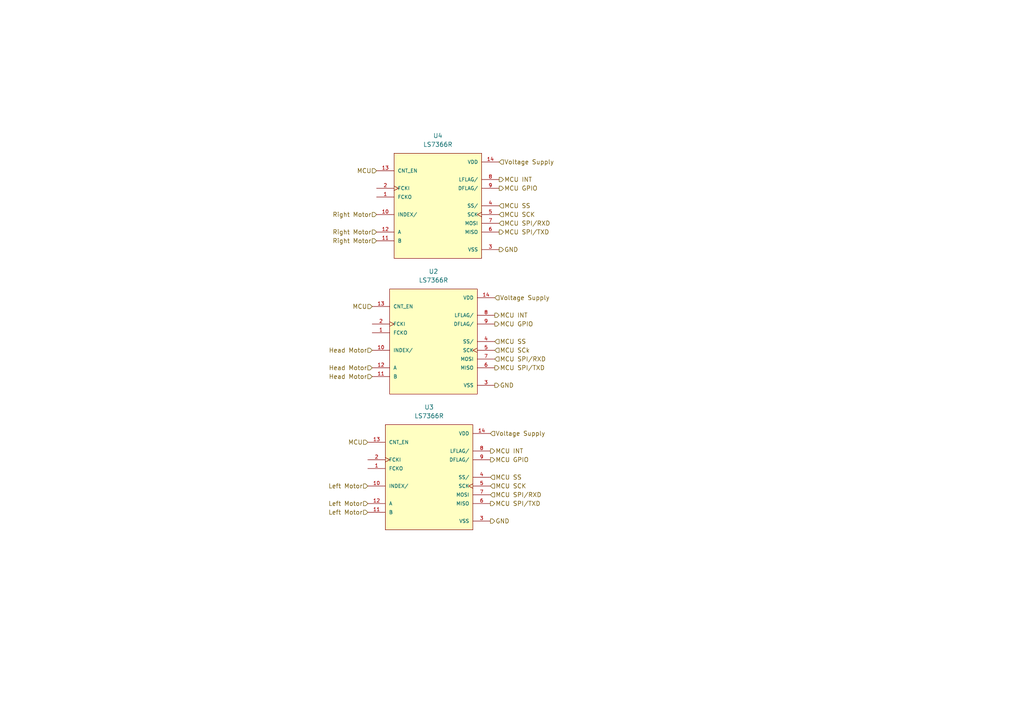
<source format=kicad_sch>
(kicad_sch (version 20231120) (generator "eeschema") (generator_version "8.0")
  (paper "A4")
  (lib_symbols
    (symbol "LS7366R:LS7366R" (pin_names (offset 1.016))
      (property "Reference" "U" (at -12.7 16.002 0))
      (property "Value" "LS7366R" (at -12.7 -18.542 0))
      (symbol "LS7366R_0_0"
        (rectangle (start -12.7 -15.24) (end 12.7 15.24) (stroke (width 0.1524)) (fill (type background)))
        (pin output line (at -17.78 2.54 0) (length 5.08) (name "FCKO") (number "1"))
        (pin input line (at -17.78 -2.54 0) (length 5.08) (name "INDEX/") (number "10"))
        (pin input line (at -17.78 -10.16 0) (length 5.08) (name "B") (number "11"))
        (pin input line (at -17.78 -7.62 0) (length 5.08) (name "A") (number "12"))
        (pin input line (at -17.78 10.16 0) (length 5.08) (name "CNT_EN") (number "13"))
        (pin power_in line (at 17.78 12.7 180) (length 5.08) (name "VDD") (number "14"))
        (pin input clock (at -17.78 5.08 0) (length 5.08) (name "FCKI") (number "2"))
        (pin power_in line (at 17.78 -12.7 180) (length 5.08) (name "VSS") (number "3"))
        (pin input line (at 17.78 0 180) (length 5.08) (name "SS/") (number "4"))
        (pin input clock (at 17.78 -2.54 180) (length 5.08) (name "SCK") (number "5"))
        (pin output line (at 17.78 -7.62 180) (length 5.08) (name "MISO") (number "6"))
        (pin input line (at 17.78 -5.08 180) (length 5.08) (name "MOSI") (number "7"))
        (pin output line (at 17.78 7.62 180) (length 5.08) (name "LFLAG/") (number "8"))
        (pin output line (at 17.78 5.08 180) (length 5.08) (name "DFLAG/") (number "9"))
      )
    )
  )
  (hierarchical_label "GND" (shape output) (at 144.78 72.39 0))
  (hierarchical_label "Head Motor" (shape input) (at 107.95 106.68 180))
  (hierarchical_label "MCU SCk" (shape input) (at 143.51 101.6 0))
  (hierarchical_label "Head Motor" (shape input) (at 107.95 109.22 180))
  (hierarchical_label "Voltage Supply" (shape input) (at 142.24 125.73 0))
  (hierarchical_label "MCU SPI{slash}RXD" (shape input) (at 142.24 143.51 0))
  (hierarchical_label "Head Motor" (shape input) (at 107.95 101.6 180))
  (hierarchical_label "Right Motor" (shape input) (at 109.22 69.85 180))
  (hierarchical_label "MCU SPI{slash}RXD" (shape input) (at 144.78 64.77 0))
  (hierarchical_label "MCU SPI{slash}TXD" (shape output) (at 142.24 146.05 0))
  (hierarchical_label "MCU INT" (shape output) (at 143.51 91.44 0))
  (hierarchical_label "Left Motor" (shape input) (at 106.68 140.97 180))
  (hierarchical_label "MCU SPI{slash}TXD" (shape output) (at 143.51 106.68 0))
  (hierarchical_label "GND" (shape output) (at 142.24 151.13 0))
  (hierarchical_label "MCU" (shape input) (at 106.68 128.27 180))
  (hierarchical_label "MCU SPI{slash}RXD" (shape input) (at 143.51 104.14 0))
  (hierarchical_label "MCU SCK" (shape input) (at 144.78 62.23 0))
  (hierarchical_label "MCU INT" (shape output) (at 144.78 52.07 0))
  (hierarchical_label "MCU SCK" (shape input) (at 142.24 140.97 0))
  (hierarchical_label "MCU GPIO" (shape output) (at 142.24 133.35 0))
  (hierarchical_label "MCU INT" (shape output) (at 142.24 130.81 0))
  (hierarchical_label "MCU" (shape input) (at 107.95 88.9 180))
  (hierarchical_label "Left Motor" (shape input) (at 106.68 148.59 180))
  (hierarchical_label "GND" (shape output) (at 143.51 111.76 0))
  (hierarchical_label "Left Motor" (shape input) (at 106.68 146.05 180))
  (hierarchical_label "Voltage Supply" (shape input) (at 143.51 86.36 0))
  (hierarchical_label "MCU SS" (shape input) (at 144.78 59.69 0))
  (hierarchical_label "MCU" (shape input) (at 109.22 49.53 180))
  (hierarchical_label "Voltage Supply" (shape input) (at 144.78 46.99 0))
  (hierarchical_label "Right Motor" (shape input) (at 109.22 67.31 180))
  (hierarchical_label "Right Motor" (shape input) (at 109.22 62.23 180))
  (hierarchical_label "MCU SS" (shape input) (at 142.24 138.43 0))
  (hierarchical_label "MCU SS" (shape input) (at 143.51 99.06 0))
  (hierarchical_label "MCU GPIO" (shape output) (at 143.51 93.98 0))
  (hierarchical_label "MCU SPI{slash}TXD" (shape output) (at 144.78 67.31 0))
  (hierarchical_label "MCU GPIO" (shape output) (at 144.78 54.61 0))
  (symbol (lib_id "LS7366R:LS7366R") (at 124.46 138.43 0) (unit 1)
    (property "Reference" "U3" (at 124.46 118.11 0))
    (property "Value" "LS7366R" (at 124.46 120.65 0))
    (property "Footprint" "LS7366R:DIP762W45P254L1917H533Q14" (effects (hide yes)))
    (property "PARTREV" "June 2014" (effects (hide yes)))
    (property "MANUFACTURER" "LSI/CSI" (effects (hide yes)))
    (property "MAXIMUM_PACKAGE_HEIGHT" "5.33 mm" (effects (hide yes)))
    (property "STANDARD" "IPC 7351B" (effects (hide yes)))
  )
  (symbol (lib_id "LS7366R:LS7366R") (at 125.73 99.06 0) (unit 1)
    (property "Reference" "U2" (at 125.73 78.74 0))
    (property "Value" "LS7366R" (at 125.73 81.28 0))
    (property "Footprint" "LS7366R:DIP762W45P254L1917H533Q14" (effects (hide yes)))
    (property "PARTREV" "June 2014" (effects (hide yes)))
    (property "MANUFACTURER" "LSI/CSI" (effects (hide yes)))
    (property "MAXIMUM_PACKAGE_HEIGHT" "5.33 mm" (effects (hide yes)))
    (property "STANDARD" "IPC 7351B" (effects (hide yes)))
  )
  (symbol (lib_id "LS7366R:LS7366R") (at 127 59.69 0) (unit 1)
    (property "Reference" "U4" (at 127 39.37 0))
    (property "Value" "LS7366R" (at 127 41.91 0))
    (property "Footprint" "LS7366R:DIP762W45P254L1917H533Q14" (effects (hide yes)))
    (property "PARTREV" "June 2014" (effects (hide yes)))
    (property "MANUFACTURER" "LSI/CSI" (effects (hide yes)))
    (property "MAXIMUM_PACKAGE_HEIGHT" "5.33 mm" (effects (hide yes)))
    (property "STANDARD" "IPC 7351B" (effects (hide yes)))
  )
)
</source>
